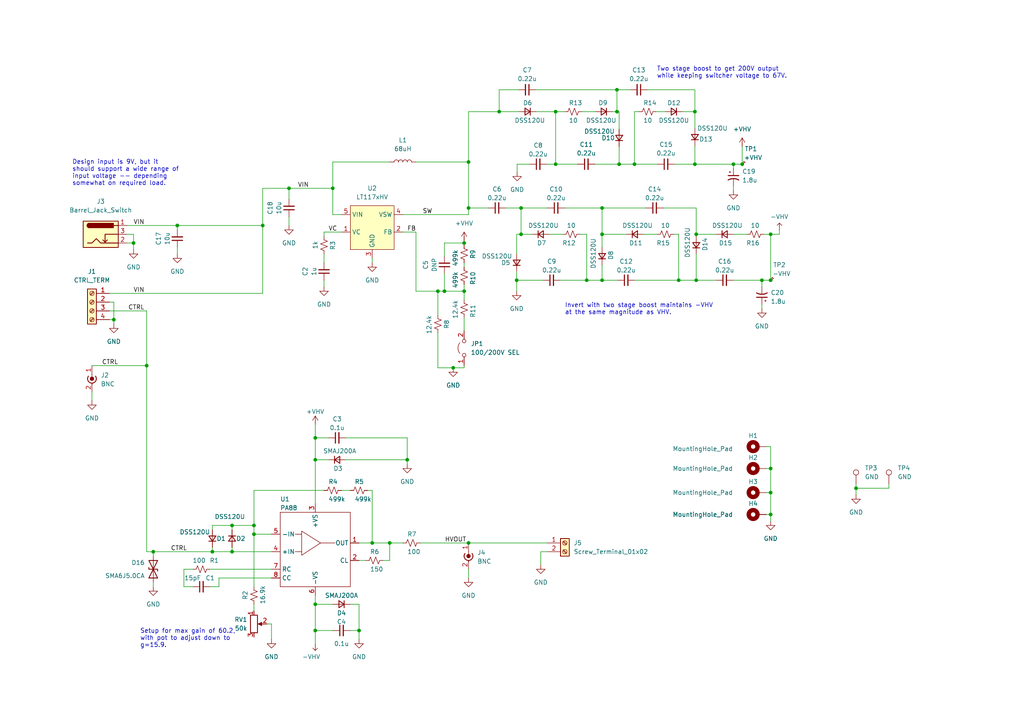
<source format=kicad_sch>
(kicad_sch (version 20211123) (generator eeschema)
  (paper "A4")
  (title_block (title "High Voltage Amplifier") (date "2022-05-06") (rev "2"))
  (lib_symbols
    (symbol "+VHV_2" (power) (pin_names (offset 0))
      (property "Value" "+VHV_2" (at 0 5.08 0))
      (symbol "+VHV_2_1_1"
        (pin power_in line (at 0 0 90) (length 0) hide (name "+VHV") (number "1"))
      )
    )
    (symbol "Connector:Barrel_Jack_Switch" (pin_names hide)
      (property "Reference" "J" (at 0 5.334 0))
      (property "Value" "Barrel_Jack_Switch" (at 0 -5.08 0))
      (symbol "Barrel_Jack_Switch_1_1"
        (pin passive line (at 7.62 2.54 180) (length 2.54) (name "~") (number "1"))
        (pin passive line (at 7.62 -2.54 180) (length 2.54) (name "~") (number "2"))
        (pin passive line (at 7.62 0 180) (length 2.54) (name "~") (number "3"))
      )
    )
    (symbol "Connector:Conn_Coaxial_Power" (pin_names (offset 1.016) hide)
      (property "Reference" "J" (at -5.08 -1.27 90))
      (property "Value" "Conn_Coaxial_Power" (at -3.175 -1.27 90))
      (symbol "Conn_Coaxial_Power_1_1"
        (pin passive line (at 0 2.54 270) (length 2.54) (name "In") (number "1"))
        (pin passive line (at 0 -5.08 90) (length 2.54) (name "Ext") (number "2"))
      )
    )
    (symbol "Connector:Screw_Terminal_01x02" (pin_names (offset 1.016) hide)
      (property "Reference" "J" (at 0 2.54 0))
      (property "Value" "Screw_Terminal_01x02" (at 0 -5.08 0))
      (symbol "Screw_Terminal_01x02_1_1"
        (pin passive line (at -5.08 0 0) (length 3.81) (name "Pin_1") (number "1"))
        (pin passive line (at -5.08 -2.54 0) (length 3.81) (name "Pin_2") (number "2"))
      )
    )
    (symbol "Connector:Screw_Terminal_01x04" (pin_names (offset 1.016) hide)
      (property "Reference" "J" (at 0 5.08 0))
      (property "Value" "Screw_Terminal_01x04" (at 0 -7.62 0))
      (symbol "Screw_Terminal_01x04_1_1"
        (pin passive line (at -5.08 2.54 0) (length 3.81) (name "Pin_1") (number "1"))
        (pin passive line (at -5.08 0 0) (length 3.81) (name "Pin_2") (number "2"))
        (pin passive line (at -5.08 -2.54 0) (length 3.81) (name "Pin_3") (number "3"))
        (pin passive line (at -5.08 -5.08 0) (length 3.81) (name "Pin_4") (number "4"))
      )
    )
    (symbol "Connector:TestPoint" (pin_numbers hide) (pin_names (offset 0.762) hide)
      (property "Reference" "TP" (at 0 6.858 0))
      (property "Value" "TestPoint" (at 0 5.08 0))
      (symbol "TestPoint_1_1"
        (pin passive line (at 0 0 90) (length 2.54) (name "1") (number "1"))
      )
    )
    (symbol "Device:C_Polarized_Small_US" (pin_numbers hide) (pin_names (offset 0.254) hide)
      (property "Reference" "C" (at 0.254 1.778 0))
      (property "Value" "C_Polarized_Small_US" (at 0.254 -2.032 0))
      (symbol "C_Polarized_Small_US_1_1"
        (pin passive line (at 0 2.54 270) (length 2.032) (name "~") (number "1"))
        (pin passive line (at 0 -2.54 90) (length 2.032) (name "~") (number "2"))
      )
    )
    (symbol "Device:C_Small" (pin_numbers hide) (pin_names (offset 0.254) hide)
      (property "Reference" "C" (at 0.254 1.778 0))
      (property "Value" "C_Small" (at 0.254 -2.032 0))
      (symbol "C_Small_1_1"
        (pin passive line (at 0 2.54 270) (length 2.032) (name "~") (number "1"))
        (pin passive line (at 0 -2.54 90) (length 2.032) (name "~") (number "2"))
      )
    )
    (symbol "Device:D_Small" (pin_numbers hide) (pin_names (offset 0.254) hide)
      (property "Reference" "D" (at -1.27 2.032 0))
      (property "Value" "D_Small" (at -3.81 -2.032 0))
      (symbol "D_Small_1_1"
        (pin passive line (at -2.54 0 0) (length 1.778) (name "K") (number "1"))
        (pin passive line (at 2.54 0 180) (length 1.778) (name "A") (number "2"))
      )
    )
    (symbol "Device:D_TVS" (pin_numbers hide) (pin_names (offset 1.016) hide)
      (property "Reference" "D" (at 0 2.54 0))
      (property "Value" "D_TVS" (at 0 -2.54 0))
      (symbol "D_TVS_1_1"
        (pin passive line (at -3.81 0 0) (length 2.54) (name "A1") (number "1"))
        (pin passive line (at 3.81 0 180) (length 2.54) (name "A2") (number "2"))
      )
    )
    (symbol "Device:L" (pin_numbers hide) (pin_names (offset 1.016) hide)
      (property "Reference" "L" (at -1.27 0 90))
      (property "Value" "L" (at 1.905 0 90))
      (symbol "L_1_1"
        (pin passive line (at 0 3.81 270) (length 1.27) (name "1") (number "1"))
        (pin passive line (at 0 -3.81 90) (length 1.27) (name "2") (number "2"))
      )
    )
    (symbol "Device:R_Potentiometer" (pin_names (offset 1.016) hide)
      (property "Reference" "RV" (at -4.445 0 90))
      (property "Value" "R_Potentiometer" (at -2.54 0 90))
      (symbol "R_Potentiometer_1_1"
        (pin passive line (at 0 3.81 270) (length 1.27) (name "1") (number "1"))
        (pin passive line (at 3.81 0 180) (length 1.27) (name "2") (number "2"))
        (pin passive line (at 0 -3.81 90) (length 1.27) (name "3") (number "3"))
      )
    )
    (symbol "Device:R_Small_US" (pin_numbers hide) (pin_names (offset 0.254) hide)
      (property "Reference" "R" (at 0.762 0.508 0))
      (property "Value" "R_Small_US" (at 0.762 -1.016 0))
      (symbol "R_Small_US_1_1"
        (pin passive line (at 0 2.54 270) (length 1.016) (name "~") (number "1"))
        (pin passive line (at 0 -2.54 90) (length 1.016) (name "~") (number "2"))
      )
    )
    (symbol "Jumper:Jumper_2_Open" (pin_names (offset 0) hide)
      (property "Reference" "JP" (at 0 2.794 0))
      (property "Value" "Jumper_2_Open" (at 0 -2.286 0))
      (symbol "Jumper_2_Open_1_1"
        (pin passive line (at -5.08 0 0) (length 2.54) (name "A") (number "1"))
        (pin passive line (at 5.08 0 180) (length 2.54) (name "B") (number "2"))
      )
    )
    (symbol "Mechanical:MountingHole_Pad" (pin_numbers hide) (pin_names (offset 1.016) hide)
      (property "Reference" "H" (at 0 6.35 0))
      (property "Value" "MountingHole_Pad" (at 0 4.445 0))
      (symbol "MountingHole_Pad_1_1"
        (pin input line (at 0 -2.54 90) (length 2.54) (name "1") (number "1"))
      )
    )
    (symbol "jmlib:+VHV" (power) (pin_names (offset 0))
      (property "Value" "+VHV" (at 0 5.08 0))
      (symbol "+VHV_1_1"
        (pin power_in line (at 0 0 90) (length 0) hide (name "+VHV") (number "1"))
      )
    )
    (symbol "jmlib:-VHV" (power) (pin_names (offset 0))
      (property "Value" "-VHV" (at 0 3.81 0))
      (symbol "-VHV_1_1"
        (pin power_in line (at 0 0 90) (length 0) hide (name "-VHV") (number "1"))
      )
    )
    (symbol "jmlib:LT117xHV"
      (property "Reference" "U" (at 3.81 7.62 0))
      (property "Value" "LT117xHV" (at 6.35 -7.62 0))
      (symbol "LT117xHV_1_1"
        (pin input line (at -8.89 -1.27 0) (length 2.54) (name "VC") (number "1"))
        (pin input line (at 8.89 -1.27 180) (length 2.54) (name "FB") (number "2"))
        (pin input line (at 0 -8.89 90) (length 2.54) (name "GND") (number "3"))
        (pin input line (at 8.89 3.81 180) (length 2.54) (name "VSW") (number "4"))
        (pin input line (at -8.89 3.81 0) (length 2.54) (name "VIN") (number "5"))
      )
    )
    (symbol "jmlib:PA88"
      (property "Reference" "U" (at 5.207 13.208 0))
      (property "Value" "PA88" (at 5.207 13.208 0))
      (symbol "PA88_1_1"
        (pin input line (at 12.7 2.54 180) (length 2.54) (name "OUT") (number "1"))
        (pin input line (at 12.7 -2.54 180) (length 2.54) (name "CL") (number "2"))
        (pin input line (at 0 13.97 270) (length 2.54) (name "+VS") (number "3"))
        (pin input line (at -12.7 0 0) (length 2.54) (name "+IN") (number "4"))
        (pin input line (at -12.7 5.08 0) (length 2.54) (name "-IN") (number "5"))
        (pin input line (at 0 -12.7 90) (length 2.54) (name "-VS") (number "6"))
        (pin input line (at -12.7 -5.08 0) (length 2.54) (name "RC") (number "7"))
        (pin input line (at -12.7 -7.62 0) (length 2.54) (name "CC") (number "8"))
      )
    )
    (symbol "jmlib:tp_small" (pin_numbers hide) (pin_names hide)
      (property "Reference" "TP" (at 2.1336 2.8956 0))
      (property "Value" "tp_small" (at 5.1816 1.2192 0))
      (symbol "tp_small_1_1"
        (pin passive line (at 0 0 180) (length 0) (name "") (number "1"))
      )
    )
    (symbol "power:GND" (power) (pin_names (offset 0))
      (property "Value" "GND" (at 0 -3.81 0))
      (symbol "GND_1_1"
        (pin power_in line (at 0 0 270) (length 0) hide (name "GND") (number "1"))
      )
    )
  )
  (junction (at 223.52 142.875))
  (junction (at 149.86 81.28))
  (junction (at 135.89 60.325))
  (junction (at 91.44 127))
  (junction (at 67.31 152.4))
  (junction (at 179.578 47.625))
  (junction (at 127 84.455))
  (junction (at 223.52 67.945))
  (junction (at 51.435 65.405))
  (junction (at 118.11 133.35))
  (junction (at 61.595 160.02))
  (junction (at 73.66 152.4))
  (junction (at 128.905 84.455))
  (junction (at 196.85 81.28))
  (junction (at 184.023 47.625))
  (junction (at 44.45 160.02))
  (junction (at 135.89 46.99))
  (junction (at 201.549 32.385))
  (junction (at 178.943 26.035))
  (junction (at 91.44 182.88))
  (junction (at 201.93 81.28))
  (junction (at 33.02 92.71))
  (junction (at 215.265 47.625))
  (junction (at 135.89 157.48))
  (junction (at 174.625 81.28))
  (junction (at 131.445 106.68))
  (junction (at 201.93 67.945))
  (junction (at 107.95 157.48))
  (junction (at 212.725 47.625))
  (junction (at 96.52 54.61))
  (junction (at 91.44 133.35))
  (junction (at 174.625 67.945))
  (junction (at 151.13 60.325))
  (junction (at 178.943 32.385))
  (junction (at 104.14 182.88))
  (junction (at 91.44 175.26))
  (junction (at 76.2 65.405))
  (junction (at 38.735 70.485))
  (junction (at 223.52 81.28))
  (junction (at 161.163 47.625))
  (junction (at 151.13 67.945))
  (junction (at 73.66 154.94))
  (junction (at 83.82 54.61))
  (junction (at 113.03 157.48))
  (junction (at 223.52 135.89))
  (junction (at 223.52 149.225))
  (junction (at 161.163 32.385))
  (junction (at 134.62 70.485))
  (junction (at 134.62 84.455))
  (junction (at 248.285 141.605))
  (junction (at 220.98 81.28))
  (junction (at 67.31 160.02))
  (junction (at 201.549 47.625))
  (junction (at 170.18 81.28))
  (junction (at 174.625 60.325))
  (junction (at 42.545 106.045))
  (junction (at 144.78 32.385))
  (wire (pts (xy 201.93 81.28) (xy 207.645 81.28)))
  (wire (pts (xy 223.52 151.13) (xy 223.52 149.225)))
  (wire (pts (xy 128.905 84.455) (xy 127 84.455)))
  (wire (pts (xy 201.549 47.625) (xy 212.725 47.625)))
  (wire (pts (xy 51.435 71.755) (xy 51.435 73.66)))
  (wire (pts (xy 107.95 157.48) (xy 113.03 157.48)))
  (wire (pts (xy 135.89 60.325) (xy 135.89 62.23)))
  (wire (pts (xy 93.98 68.58) (xy 93.98 67.31)))
  (wire (pts (xy 248.285 141.605) (xy 248.285 143.51)))
  (wire (pts (xy 134.62 70.485) (xy 134.62 71.12)))
  (wire (pts (xy 248.285 140.335) (xy 248.285 141.605)))
  (wire (pts (xy 116.84 62.23) (xy 135.89 62.23)))
  (wire (pts (xy 104.14 157.48) (xy 107.95 157.48)))
  (wire (pts (xy 134.62 84.455) (xy 128.905 84.455)))
  (wire (pts (xy 149.987 47.625) (xy 149.987 49.911)))
  (wire (pts (xy 134.62 92.075) (xy 134.62 95.885)))
  (wire (pts (xy 201.549 47.625) (xy 201.549 42.291)))
  (wire (pts (xy 179.578 42.545) (xy 179.578 47.625)))
  (wire (pts (xy 91.44 127) (xy 95.25 127)))
  (wire (pts (xy 120.65 46.99) (xy 135.89 46.99)))
  (wire (pts (xy 93.98 73.66) (xy 93.98 76.2)))
  (wire (pts (xy 51.435 65.405) (xy 51.435 66.675)))
  (wire (pts (xy 26.67 113.665) (xy 26.67 116.205)))
  (wire (pts (xy 223.52 135.89) (xy 223.52 129.54)))
  (wire (pts (xy 31.75 92.71) (xy 33.02 92.71)))
  (wire (pts (xy 151.13 67.945) (xy 151.13 60.325)))
  (wire (pts (xy 222.25 135.89) (xy 223.52 135.89)))
  (wire (pts (xy 83.82 54.61) (xy 83.82 57.785)))
  (wire (pts (xy 161.163 47.625) (xy 158.623 47.625)))
  (wire (pts (xy 76.2 85.09) (xy 76.2 65.405)))
  (wire (pts (xy 60.96 170.18) (xy 63.5 170.18)))
  (wire (pts (xy 223.52 142.875) (xy 223.52 135.89)))
  (wire (pts (xy 135.89 165.1) (xy 135.89 167.64)))
  (wire (pts (xy 44.45 168.91) (xy 44.45 170.18)))
  (wire (pts (xy 73.66 175.26) (xy 73.66 177.165)))
  (wire (pts (xy 223.52 67.945) (xy 221.615 67.945)))
  (wire (pts (xy 99.06 62.23) (xy 96.52 62.23)))
  (wire (pts (xy 196.85 67.945) (xy 196.85 81.28)))
  (wire (pts (xy 141.605 60.325) (xy 135.89 60.325)))
  (wire (pts (xy 144.78 32.385) (xy 150.495 32.385)))
  (wire (pts (xy 212.725 81.28) (xy 220.98 81.28)))
  (wire (pts (xy 91.44 175.26) (xy 91.44 182.88)))
  (wire (pts (xy 67.31 152.4) (xy 67.31 153.67)))
  (wire (pts (xy 127 96.52) (xy 127 106.68)))
  (wire (pts (xy 104.14 162.56) (xy 106.045 162.56)))
  (wire (pts (xy 201.549 26.035) (xy 201.549 32.385)))
  (wire (pts (xy 104.14 185.42) (xy 104.14 182.88)))
  (wire (pts (xy 201.93 68.58) (xy 201.93 67.945)))
  (wire (pts (xy 151.13 67.945) (xy 149.86 67.945)))
  (wire (pts (xy 78.74 180.975) (xy 78.74 185.42)))
  (wire (pts (xy 101.6 182.88) (xy 104.14 182.88)))
  (wire (pts (xy 201.549 32.385) (xy 201.549 37.211)))
  (wire (pts (xy 174.625 67.945) (xy 174.625 71.755)))
  (wire (pts (xy 127 84.455) (xy 127 91.44)))
  (wire (pts (xy 38.735 67.945) (xy 38.735 70.485)))
  (wire (pts (xy 91.44 175.26) (xy 96.52 175.26)))
  (wire (pts (xy 135.89 32.385) (xy 144.78 32.385)))
  (wire (pts (xy 96.52 62.23) (xy 96.52 54.61)))
  (wire (pts (xy 223.52 81.28) (xy 223.52 67.945)))
  (wire (pts (xy 196.85 81.28) (xy 184.15 81.28)))
  (wire (pts (xy 113.03 162.56) (xy 111.125 162.56)))
  (wire (pts (xy 174.625 67.945) (xy 181.61 67.945)))
  (wire (pts (xy 178.943 26.035) (xy 178.943 32.385)))
  (wire (pts (xy 100.33 127) (xy 118.11 127)))
  (wire (pts (xy 186.69 67.945) (xy 190.5 67.945)))
  (wire (pts (xy 128.905 79.375) (xy 128.905 84.455)))
  (wire (pts (xy 161.163 47.625) (xy 167.513 47.625)))
  (wire (pts (xy 91.44 182.88) (xy 91.44 186.69)))
  (wire (pts (xy 73.66 154.94) (xy 78.74 154.94)))
  (wire (pts (xy 170.18 67.945) (xy 170.18 81.28)))
  (wire (pts (xy 149.86 81.28) (xy 157.48 81.28)))
  (wire (pts (xy 116.84 67.31) (xy 120.65 67.31)))
  (wire (pts (xy 33.02 87.63) (xy 33.02 92.71)))
  (wire (pts (xy 192.405 60.325) (xy 201.93 60.325)))
  (wire (pts (xy 113.03 157.48) (xy 113.03 162.56)))
  (wire (pts (xy 120.65 84.455) (xy 127 84.455)))
  (wire (pts (xy 36.83 70.485) (xy 38.735 70.485)))
  (wire (pts (xy 31.75 90.17) (xy 42.545 90.17)))
  (wire (pts (xy 155.448 26.035) (xy 178.943 26.035)))
  (wire (pts (xy 67.31 160.02) (xy 78.74 160.02)))
  (wire (pts (xy 134.62 82.55) (xy 134.62 84.455)))
  (wire (pts (xy 42.545 90.17) (xy 42.545 106.045)))
  (wire (pts (xy 146.685 60.325) (xy 151.13 60.325)))
  (wire (pts (xy 44.45 160.02) (xy 61.595 160.02)))
  (wire (pts (xy 113.03 157.48) (xy 116.84 157.48)))
  (wire (pts (xy 131.445 106.68) (xy 134.62 106.68)))
  (wire (pts (xy 51.435 65.405) (xy 76.2 65.405)))
  (wire (pts (xy 135.89 32.385) (xy 135.89 46.99)))
  (wire (pts (xy 100.33 133.35) (xy 118.11 133.35)))
  (wire (pts (xy 106.68 142.24) (xy 107.95 142.24)))
  (wire (pts (xy 223.52 149.225) (xy 223.52 142.875)))
  (wire (pts (xy 159.385 67.945) (xy 163.195 67.945)))
  (wire (pts (xy 212.725 53.975) (xy 212.725 55.245)))
  (wire (pts (xy 187.833 26.035) (xy 201.549 26.035)))
  (wire (pts (xy 135.89 46.99) (xy 135.89 60.325)))
  (wire (pts (xy 31.75 87.63) (xy 33.02 87.63)))
  (wire (pts (xy 163.83 60.325) (xy 174.625 60.325)))
  (wire (pts (xy 174.625 60.325) (xy 174.625 67.945)))
  (wire (pts (xy 96.52 54.61) (xy 96.52 46.99)))
  (wire (pts (xy 220.98 83.185) (xy 220.98 81.28)))
  (wire (pts (xy 172.593 47.625) (xy 179.578 47.625)))
  (wire (pts (xy 42.545 160.02) (xy 44.45 160.02)))
  (wire (pts (xy 91.44 182.88) (xy 96.52 182.88)))
  (wire (pts (xy 76.2 54.61) (xy 83.82 54.61)))
  (wire (pts (xy 158.75 160.02) (xy 156.845 160.02)))
  (wire (pts (xy 93.98 81.28) (xy 93.98 83.185)))
  (wire (pts (xy 168.275 67.945) (xy 170.18 67.945)))
  (wire (pts (xy 222.25 142.875) (xy 223.52 142.875)))
  (wire (pts (xy 220.98 81.28) (xy 223.52 81.28)))
  (wire (pts (xy 155.575 32.385) (xy 161.163 32.385)))
  (wire (pts (xy 178.943 32.385) (xy 177.673 32.385)))
  (wire (pts (xy 201.93 81.28) (xy 196.85 81.28)))
  (wire (pts (xy 248.285 141.605) (xy 257.81 141.605)))
  (wire (pts (xy 55.88 165.1) (xy 53.34 165.1)))
  (wire (pts (xy 170.18 81.28) (xy 162.56 81.28)))
  (wire (pts (xy 201.93 67.945) (xy 207.645 67.945)))
  (wire (pts (xy 134.62 70.485) (xy 128.905 70.485)))
  (wire (pts (xy 31.75 85.09) (xy 76.2 85.09)))
  (wire (pts (xy 83.82 54.61) (xy 96.52 54.61)))
  (wire (pts (xy 212.725 47.625) (xy 212.725 48.895)))
  (wire (pts (xy 135.89 157.48) (xy 158.75 157.48)))
  (wire (pts (xy 168.783 32.385) (xy 172.593 32.385)))
  (wire (pts (xy 104.14 182.88) (xy 104.14 175.26)))
  (wire (pts (xy 91.44 133.35) (xy 91.44 146.05)))
  (wire (pts (xy 185.293 32.385) (xy 184.023 32.385)))
  (wire (pts (xy 120.65 67.31) (xy 120.65 84.455)))
  (wire (pts (xy 73.66 152.4) (xy 73.66 154.94)))
  (wire (pts (xy 174.625 81.28) (xy 179.07 81.28)))
  (wire (pts (xy 134.62 106.68) (xy 134.62 106.045)))
  (wire (pts (xy 63.5 167.64) (xy 78.74 167.64)))
  (wire (pts (xy 61.595 158.75) (xy 61.595 160.02)))
  (wire (pts (xy 73.66 152.4) (xy 67.31 152.4)))
  (wire (pts (xy 144.78 26.035) (xy 144.78 32.385)))
  (wire (pts (xy 190.373 32.385) (xy 192.913 32.385)))
  (wire (pts (xy 107.95 142.24) (xy 107.95 157.48)))
  (wire (pts (xy 26.67 106.045) (xy 42.545 106.045)))
  (wire (pts (xy 212.725 47.625) (xy 215.265 47.625)))
  (wire (pts (xy 93.98 67.31) (xy 99.06 67.31)))
  (wire (pts (xy 107.95 74.93) (xy 107.95 76.2)))
  (wire (pts (xy 154.305 67.945) (xy 151.13 67.945)))
  (wire (pts (xy 33.02 92.71) (xy 33.02 93.98)))
  (wire (pts (xy 118.11 133.35) (xy 118.11 134.62)))
  (wire (pts (xy 220.98 88.265) (xy 220.98 89.535)))
  (wire (pts (xy 184.023 47.625) (xy 190.627 47.625)))
  (wire (pts (xy 174.625 60.325) (xy 187.325 60.325)))
  (wire (pts (xy 134.62 69.85) (xy 134.62 70.485)))
  (wire (pts (xy 44.45 160.02) (xy 44.45 161.29)))
  (wire (pts (xy 61.595 152.4) (xy 67.31 152.4)))
  (wire (pts (xy 96.52 46.99) (xy 113.03 46.99)))
  (wire (pts (xy 91.44 172.72) (xy 91.44 175.26)))
  (wire (pts (xy 195.707 47.625) (xy 201.549 47.625)))
  (wire (pts (xy 83.82 62.865) (xy 83.82 65.405)))
  (wire (pts (xy 174.625 76.835) (xy 174.625 81.28)))
  (wire (pts (xy 38.735 70.485) (xy 38.735 72.39)))
  (wire (pts (xy 134.62 76.2) (xy 134.62 77.47)))
  (wire (pts (xy 223.52 129.54) (xy 222.25 129.54)))
  (wire (pts (xy 60.96 165.1) (xy 78.74 165.1)))
  (wire (pts (xy 76.2 65.405) (xy 76.2 54.61)))
  (wire (pts (xy 226.06 67.945) (xy 226.06 66.675)))
  (wire (pts (xy 201.93 73.66) (xy 201.93 81.28)))
  (wire (pts (xy 91.44 123.19) (xy 91.44 127)))
  (wire (pts (xy 212.725 67.945) (xy 216.535 67.945)))
  (wire (pts (xy 36.83 65.405) (xy 51.435 65.405)))
  (wire (pts (xy 151.13 60.325) (xy 158.75 60.325)))
  (wire (pts (xy 201.93 67.945) (xy 201.93 60.325)))
  (wire (pts (xy 118.11 127) (xy 118.11 133.35)))
  (wire (pts (xy 197.993 32.385) (xy 201.549 32.385)))
  (wire (pts (xy 257.81 141.605) (xy 257.81 140.335)))
  (wire (pts (xy 223.52 149.225) (xy 222.25 149.225)))
  (wire (pts (xy 144.78 26.035) (xy 150.368 26.035)))
  (wire (pts (xy 53.34 165.1) (xy 53.34 170.18)))
  (wire (pts (xy 91.44 133.35) (xy 95.25 133.35)))
  (wire (pts (xy 161.163 32.385) (xy 161.163 47.625)))
  (wire (pts (xy 53.34 170.18) (xy 55.88 170.18)))
  (wire (pts (xy 149.86 81.28) (xy 149.86 84.455)))
  (wire (pts (xy 149.987 47.625) (xy 153.543 47.625)))
  (wire (pts (xy 179.578 32.385) (xy 179.578 37.465)))
  (wire (pts (xy 195.58 67.945) (xy 196.85 67.945)))
  (wire (pts (xy 73.66 154.94) (xy 73.66 170.18)))
  (wire (pts (xy 178.943 26.035) (xy 182.753 26.035)))
  (wire (pts (xy 134.62 84.455) (xy 134.62 86.995)))
  (wire (pts (xy 215.265 42.545) (xy 215.265 47.625)))
  (wire (pts (xy 127 106.68) (xy 131.445 106.68)))
  (wire (pts (xy 67.31 158.75) (xy 67.31 160.02)))
  (wire (pts (xy 121.92 157.48) (xy 135.89 157.48)))
  (wire (pts (xy 73.66 142.24) (xy 73.66 152.4)))
  (wire (pts (xy 179.578 47.625) (xy 184.023 47.625)))
  (wire (pts (xy 42.545 106.045) (xy 42.545 160.02)))
  (wire (pts (xy 128.905 70.485) (xy 128.905 74.295)))
  (wire (pts (xy 101.6 142.24) (xy 99.06 142.24)))
  (wire (pts (xy 174.625 81.28) (xy 170.18 81.28)))
  (wire (pts (xy 178.943 32.385) (xy 179.578 32.385)))
  (wire (pts (xy 184.023 32.385) (xy 184.023 47.625)))
  (wire (pts (xy 61.595 153.67) (xy 61.595 152.4)))
  (wire (pts (xy 223.52 67.945) (xy 226.06 67.945)))
  (wire (pts (xy 149.86 78.74) (xy 149.86 81.28)))
  (wire (pts (xy 63.5 170.18) (xy 63.5 167.64)))
  (wire (pts (xy 156.845 160.02) (xy 156.845 163.83)))
  (wire (pts (xy 61.595 160.02) (xy 67.31 160.02)))
  (wire (pts (xy 149.86 67.945) (xy 149.86 73.66)))
  (wire (pts (xy 36.83 67.945) (xy 38.735 67.945)))
  (wire (pts (xy 161.163 32.385) (xy 163.703 32.385)))
  (wire (pts (xy 91.44 127) (xy 91.44 133.35)))
  (wire (pts (xy 101.6 175.26) (xy 104.14 175.26)))
  (wire (pts (xy 77.47 180.975) (xy 78.74 180.975)))
  (wire (pts (xy 73.66 142.24) (xy 93.98 142.24)))
  (text "Setup for max gain of 60.2,\nwith pot to adjust down to\ng=15.9." (at 40.64 187.96 0) (effects (font (size 1.27 1.27)) (justify left bottom)))
  (text "Design input is 9V, but it \nshould support a wide range of\ninput voltage -- depending \nsomewhat on required load." (at 20.955 53.975 0) (effects (font (size 1.27 1.27)) (justify left bottom)))
  (text "Invert with two stage boost maintains -VHV \nat the same magnitude as VHV." (at 163.83 91.44 0) (effects (font (size 1.27 1.27)) (justify left bottom)))
  (text "Two stage boost to get 200V output\nwhile keeping switcher voltage to 67V. \n" (at 190.5 22.86 0) (effects (font (size 1.27 1.27)) (justify left bottom)))
  (label "CTRL" (at 34.29 106.045 180))
  (label "VIN" (at 86.36 54.61 0))
  (label "CTRL" (at 49.53 160.02 0))
  (label "SW" (at 122.555 62.23 0))
  (label "VIN" (at 41.91 85.09 180))
  (label "CTRL" (at 41.91 90.17 180))
  (label "FB" (at 120.65 67.31 180))
  (label "VC" (at 95.25 67.31 0))
  (label "HVOUT" (at 135.255 157.48 180))
  (label "VIN" (at 41.91 65.405 180))
  (symbol (lib_id "Device:C_Small") (at 193.167 47.625 90) (unit 1)
    (property "Reference" "C15" (at 193.167 41.91 90))
    (property "Value" "0.22u" (at 193.167 44.45 90))
    (property "Footprint" "Capacitor_SMD:C_1206_3216Metric_Pad1.33x1.80mm_HandSolder" (effects hide))
    (property "Voltage" "100V" (effects hide))
    (property "Package" "1206" (effects hide))
    (property "Part Description" "CAP CER 0.22UF 100V X7R 1206" (effects hide))
  )
  (symbol (lib_id "power:GND") (at 93.98 83.185 0) (unit 1)
    (property "Reference" "#PWR0112" (effects hide))
    (property "Value" "GND" (at 93.98 88.265 0))
  )
  (symbol (lib_id "Device:D_Small") (at 61.595 156.21 90) (unit 1)
    (property "Reference" "D1" (at 64.135 156.21 90))
    (property "Value" "DSS120U" (at 56.515 154.305 90))
    (property "Footprint" "Diode_SMD:D_SOD-123F" (effects hide))
    (property "Mfg Part Number" "DSS120U" (effects hide))
    (property "Package" "SOD-123F" (effects hide))
    (property "Part Description" "SCHOTTKY 200V SOD-123FL" (effects hide))
  )
  (symbol (lib_id "Mechanical:MountingHole_Pad") (at 219.71 142.875 90) (unit 1)
    (property "Reference" "H3" (at 218.44 139.7 90))
    (property "Value" "MountingHole_Pad" (at 203.835 142.875 90))
    (property "Footprint" "MountingHole:MountingHole_3.2mm_M3_DIN965_Pad" (effects hide))
  )
  (symbol (lib_id "Connector:TestPoint") (at 257.81 140.335 0) (unit 1)
    (property "Reference" "TP4" (at 260.35 135.7629 0) (effects (justify left)))
    (property "Value" "GND" (at 260.35 138.3029 0) (effects (justify left)))
    (property "Footprint" "TestPoint:TestPoint_THTPad_2.5x2.5mm_Drill1.2mm" (effects hide))
  )
  (symbol (lib_id "Device:R_Small_US") (at 219.075 67.945 90) (unit 1)
    (property "Reference" "R16" (at 220.345 70.485 90) (effects (justify left)))
    (property "Value" "10" (at 220.345 65.405 90) (effects (justify left)))
    (property "Footprint" "Resistor_SMD:R_1206_3216Metric_Pad1.30x1.75mm_HandSolder" (effects hide))
    (property "Package" "1206" (effects hide))
    (property "Part Description" "RES 10 OHM 1% 1/4W 1206" (effects hide))
  )
  (symbol (lib_id "Device:D_Small") (at 174.625 74.295 90) (unit 1)
    (property "Reference" "D8" (at 177.165 74.041 0))
    (property "Value" "DSS120U" (at 172.085 73.533 0))
    (property "Footprint" "Diode_SMD:D_SOD-123F" (effects hide))
    (property "Mfg Part Number" "DSS120U" (effects hide))
    (property "Package" "SOD-123F" (effects hide))
    (property "Part Description" "SCHOTTKY 200V SOD-123FL" (effects hide))
  )
  (symbol (lib_id "Device:D_Small") (at 153.035 32.385 180) (unit 1)
    (property "Reference" "D6" (at 153.035 29.845 0))
    (property "Value" "DSS120U" (at 153.67 34.925 0))
    (property "Footprint" "Diode_SMD:D_SOD-123F" (effects hide))
    (property "Mfg Part Number" "DSS120U" (effects hide))
    (property "Package" "SOD-123F" (effects hide))
    (property "Part Description" "SCHOTTKY 200V SOD-123FL" (effects hide))
  )
  (symbol (lib_id "Device:C_Small") (at 181.61 81.28 90) (unit 1)
    (property "Reference" "C12" (at 181.61 75.819 90))
    (property "Value" "0.22u" (at 181.61 78.359 90))
    (property "Footprint" "Capacitor_SMD:C_1206_3216Metric_Pad1.33x1.80mm_HandSolder" (effects hide))
    (property "Voltage" "100V" (effects hide))
    (property "Package" "1206" (effects hide))
    (property "Part Description" "CAP CER 0.22UF 100V X7R 1206" (effects hide))
  )
  (symbol (lib_id "jmlib:+VHV") (at 134.62 69.85 0) (unit 1)
    (property "Reference" "#PWR0113" (effects hide))
    (property "Value" "+VHV" (at 134.62 64.77 0))
  )
  (symbol (lib_id "power:GND") (at 223.52 151.13 0) (unit 1)
    (property "Reference" "#PWR03" (effects hide))
    (property "Value" "GND" (at 223.52 156.21 0))
  )
  (symbol (lib_id "Device:R_Small_US") (at 96.52 142.24 270) (unit 1)
    (property "Reference" "R4" (at 95.25 139.7 90) (effects (justify left)))
    (property "Value" "499k" (at 95.25 144.78 90) (effects (justify left)))
    (property "Footprint" "Resistor_SMD:R_1206_3216Metric_Pad1.30x1.75mm_HandSolder" (effects hide))
    (property "Package" "1206" (effects hide))
    (property "Part Description" "RES 499K OHM 1% 1/4W 1206" (effects hide))
  )
  (symbol (lib_id "Connector:Screw_Terminal_01x02") (at 163.83 157.48 0) (unit 1)
    (property "Reference" "J5" (at 166.37 157.4799 0) (effects (justify left)))
    (property "Value" "Screw_Terminal_01x02" (at 166.37 160.0199 0) (effects (justify left)))
    (property "Footprint" "jmlib:TerminalBlock_MetzConnect_Type101_RT01602HBWC_1x02_P5.08mm_Horizontal" (effects hide))
    (property "Mfg Part Number" "31101102" (effects hide))
    (property "Part Description" "TERM BLK 2P SIDE ENT 5.08MM PCB" (effects hide))
  )
  (symbol (lib_id "Jumper:Jumper_2_Open") (at 134.62 100.965 90) (unit 1)
    (property "Reference" "JP1" (at 136.525 99.6949 90) (effects (justify right)))
    (property "Value" "100/200V SEL" (at 136.525 102.2349 90) (effects (justify right)))
    (property "Footprint" "Connector_PinHeader_2.54mm:PinHeader_1x02_P2.54mm_Vertical" (effects hide))
  )
  (symbol (lib_id "Device:C_Small") (at 128.905 76.835 180) (unit 1)
    (property "Reference" "C5" (at 123.444 76.835 90))
    (property "Value" "DNP" (at 125.984 76.835 90))
    (property "Footprint" "Capacitor_SMD:C_1206_3216Metric_Pad1.33x1.80mm_HandSolder" (effects hide))
    (property "Package" "1206" (effects hide))
    (property "Voltage" "6V" (effects hide))
  )
  (symbol (lib_id "power:GND") (at 149.987 49.911 0) (unit 1)
    (property "Reference" "#PWR0114" (effects hide))
    (property "Value" "GND" (at 149.987 54.991 0))
  )
  (symbol (lib_id "jmlib:tp_small") (at 215.265 47.625 0) (unit 1)
    (property "Reference" "TP1" (at 217.805 43.18 0))
    (property "Value" "+VHV" (at 218.44 45.72 0))
    (property "Footprint" "TestPoint:TestPoint_THTPad_2.5x2.5mm_Drill1.2mm" (effects hide))
  )
  (symbol (lib_id "Connector:Barrel_Jack_Switch") (at 29.21 67.945 0) (unit 1)
    (property "Reference" "J3" (at 29.21 58.42 0))
    (property "Value" "Barrel_Jack_Switch" (at 29.21 60.96 0))
    (property "Footprint" "jmlib:PJ-202AH" (effects hide))
    (property "Mfg Part Number" "PJ-202AH" (effects hide))
    (property "Part Description" "CONN PWR JACK 2X5.5MM KINKED PIN" (effects hide))
  )
  (symbol (lib_id "power:GND") (at 118.11 134.62 0) (unit 1)
    (property "Reference" "#PWR0105" (effects hide))
    (property "Value" "GND" (at 118.11 139.7 0))
  )
  (symbol (lib_id "jmlib:+VHV") (at 215.265 42.545 0) (unit 1)
    (property "Reference" "#PWR0115" (effects hide))
    (property "Value" "+VHV" (at 215.265 37.465 0))
  )
  (symbol (lib_id "Device:D_Small") (at 179.578 40.005 90) (unit 1)
    (property "Reference" "D10" (at 176.403 40.005 90))
    (property "Value" "DSS120U" (at 173.863 38.1 90))
    (property "Footprint" "Diode_SMD:D_SOD-123F" (effects hide))
    (property "Mfg Part Number" "DSS120U" (effects hide))
    (property "Package" "SOD-123F" (effects hide))
    (property "Part Description" "SCHOTTKY 200V SOD-123FL" (effects hide))
  )
  (symbol (lib_id "power:GND") (at 107.95 76.2 0) (unit 1)
    (property "Reference" "#PWR0111" (effects hide))
    (property "Value" "GND" (at 107.95 81.28 0))
  )
  (symbol (lib_id "Device:C_Small") (at 97.79 127 90) (unit 1)
    (property "Reference" "C3" (at 97.79 121.539 90))
    (property "Value" "0.1u" (at 97.79 124.079 90))
    (property "Footprint" "Capacitor_SMD:C_1206_3216Metric_Pad1.33x1.80mm_HandSolder" (effects hide))
    (property "Voltage" "450V" (effects hide))
    (property "Package" "1206" (effects hide))
    (property "Part Description" "CAP CER 0.1UF 450V X7T 1206" (effects hide))
  )
  (symbol (lib_id "Device:D_Small") (at 67.31 156.21 270) (unit 1)
    (property "Reference" "D2" (at 69.85 156.21 90))
    (property "Value" "DSS120U" (at 66.675 149.86 90))
    (property "Footprint" "Diode_SMD:D_SOD-123F" (effects hide))
    (property "Mfg Part Number" "DSS120U" (effects hide))
    (property "Package" "SOD-123F" (effects hide))
    (property "Part Description" "SCHOTTKY 200V SOD-123FL" (effects hide))
  )
  (symbol (lib_id "power:GND") (at 156.845 163.83 0) (unit 1)
    (property "Reference" "#PWR0118" (effects hide))
    (property "Value" "GND" (at 156.845 168.91 0))
  )
  (symbol (lib_id "Device:D_Small") (at 210.185 67.945 0) (unit 1)
    (property "Reference" "D15" (at 210.439 70.485 0))
    (property "Value" "DSS120U" (at 210.947 65.405 0))
    (property "Footprint" "Diode_SMD:D_SOD-123F" (effects hide))
    (property "Mfg Part Number" "DSS120U" (effects hide))
    (property "Package" "SOD-123F" (effects hide))
    (property "Part Description" "SCHOTTKY 200V SOD-123FL" (effects hide))
  )
  (symbol (lib_id "Device:D_Small") (at 149.86 76.2 90) (unit 1)
    (property "Reference" "D5" (at 146.685 76.2 90))
    (property "Value" "DSS120U" (at 144.145 74.295 90))
    (property "Footprint" "Diode_SMD:D_SOD-123F" (effects hide))
    (property "Mfg Part Number" "DSS120U" (effects hide))
    (property "Package" "SOD-123F" (effects hide))
    (property "Part Description" "SCHOTTKY 200V SOD-123FL" (effects hide))
  )
  (symbol (lib_id "Device:L") (at 116.84 46.99 90) (unit 1)
    (property "Reference" "L1" (at 116.84 40.64 90))
    (property "Value" "68uH" (at 116.84 43.18 90))
    (property "Footprint" "jmlib:Inductor_SPM6545_7x6.5" (effects hide))
    (property "Mfg Part Number" "SPM6545VT-680M-D" (effects hide))
    (property "Part Description" "FIXED IND 68UH 1.7A 340 MOHM SMD" (effects hide))
  )
  (symbol (lib_id "Device:D_Small") (at 184.15 67.945 0) (unit 1)
    (property "Reference" "D11" (at 184.404 70.485 0))
    (property "Value" "DSS120U" (at 184.912 65.405 0))
    (property "Footprint" "Diode_SMD:D_SOD-123F" (effects hide))
    (property "Mfg Part Number" "DSS120U" (effects hide))
    (property "Package" "SOD-123F" (effects hide))
    (property "Part Description" "SCHOTTKY 200V SOD-123FL" (effects hide))
  )
  (symbol (lib_id "Device:D_Small") (at 156.845 67.945 0) (unit 1)
    (property "Reference" "D7" (at 157.099 70.485 0))
    (property "Value" "DSS120U" (at 157.607 65.405 0))
    (property "Footprint" "Diode_SMD:D_SOD-123F" (effects hide))
    (property "Mfg Part Number" "DSS120U" (effects hide))
    (property "Package" "SOD-123F" (effects hide))
    (property "Part Description" "SCHOTTKY 200V SOD-123FL" (effects hide))
  )
  (symbol (lib_id "Device:C_Small") (at 93.98 78.74 180) (unit 1)
    (property "Reference" "C2" (at 88.519 78.74 90))
    (property "Value" "1u" (at 91.059 78.74 90))
    (property "Footprint" "Capacitor_SMD:C_1206_3216Metric_Pad1.33x1.80mm_HandSolder" (effects hide))
    (property "Voltage" "16V" (effects hide))
    (property "Package" "1206" (effects hide))
    (property "Part Description" "CAP CER 1UF 16V X7R 1206" (effects hide))
  )
  (symbol (lib_name "+VHV_2") (lib_id "jmlib:+VHV") (at 91.44 123.19 0) (unit 1)
    (property "Reference" "#PWR0104" (effects hide))
    (property "Value" "+VHV" (at 91.44 119.38 0))
  )
  (symbol (lib_id "Device:D_Small") (at 201.549 39.751 90) (unit 1)
    (property "Reference" "D13" (at 204.724 40.386 90))
    (property "Value" "DSS120U" (at 206.629 37.211 90))
    (property "Footprint" "Diode_SMD:D_SOD-123F" (effects hide))
    (property "Mfg Part Number" "DSS120U" (effects hide))
    (property "Package" "SOD-123F" (effects hide))
    (property "Part Description" "SCHOTTKY 200V SOD-123FL" (effects hide))
  )
  (symbol (lib_id "power:GND") (at 248.285 143.51 0) (unit 1)
    (property "Reference" "#PWR04" (effects hide))
    (property "Value" "GND" (at 248.285 148.59 0))
  )
  (symbol (lib_id "Device:C_Small") (at 161.29 60.325 90) (unit 1)
    (property "Reference" "C10" (at 161.29 54.864 90))
    (property "Value" "0.22u" (at 161.29 57.404 90))
    (property "Footprint" "Capacitor_SMD:C_1206_3216Metric_Pad1.33x1.80mm_HandSolder" (effects hide))
    (property "Voltage" "100V" (effects hide))
    (property "Package" "1206" (effects hide))
    (property "Part Description" "CAP CER 0.22UF 100V X7R 1206" (effects hide))
  )
  (symbol (lib_id "Device:D_Small") (at 175.133 32.385 180) (unit 1)
    (property "Reference" "D9" (at 174.879 29.845 0))
    (property "Value" "DSS120U" (at 174.371 34.925 0))
    (property "Footprint" "Diode_SMD:D_SOD-123F" (effects hide))
    (property "Mfg Part Number" "DSS120U" (effects hide))
    (property "Package" "SOD-123F" (effects hide))
    (property "Part Description" "SCHOTTKY 200V SOD-123FL" (effects hide))
  )
  (symbol (lib_id "Device:R_Small_US") (at 187.833 32.385 270) (unit 1)
    (property "Reference" "R14" (at 186.563 29.845 90) (effects (justify left)))
    (property "Value" "10" (at 186.5631 34.925 90) (effects (justify left)))
    (property "Footprint" "Resistor_SMD:R_1206_3216Metric_Pad1.30x1.75mm_HandSolder" (effects hide))
    (property "Package" "1206" (effects hide))
    (property "Part Description" "RES 10 OHM 1% 1/4W 1206" (effects hide))
  )
  (symbol (lib_id "jmlib:LT117xHV") (at 107.95 66.04 0) (unit 1)
    (property "Reference" "U2" (at 107.95 54.61 0))
    (property "Value" "LT117xHV" (at 107.95 57.15 0))
    (property "Footprint" "Package_TO_SOT_SMD:TO-263-5_TabPin3" (effects hide))
    (property "Mfg Part Number" "LT1171HVCQ" (effects hide))
    (property "Part Description" "IC REG MULTI CONFG ADJ 5DDPAK" (effects hide))
  )
  (symbol (lib_id "jmlib:tp_small") (at 223.52 81.28 0) (unit 1)
    (property "Reference" "TP2" (at 226.06 76.835 0))
    (property "Value" "-VHV" (at 226.695 79.375 0))
    (property "Footprint" "TestPoint:TestPoint_THTPad_2.5x2.5mm_Drill1.2mm" (effects hide))
  )
  (symbol (lib_id "power:GND") (at 135.89 167.64 0) (unit 1)
    (property "Reference" "#PWR0106" (effects hide))
    (property "Value" "GND" (at 135.89 172.72 0))
  )
  (symbol (lib_id "Device:R_Small_US") (at 166.243 32.385 270) (unit 1)
    (property "Reference" "R13" (at 164.973 29.845 90) (effects (justify left)))
    (property "Value" "10" (at 164.973 34.925 90) (effects (justify left)))
    (property "Footprint" "Resistor_SMD:R_1206_3216Metric_Pad1.30x1.75mm_HandSolder" (effects hide))
    (property "Package" "1206" (effects hide))
    (property "Part Description" "RES 10 OHM 1% 1/4W 1206" (effects hide))
  )
  (symbol (lib_id "power:GND") (at 38.735 72.39 0) (unit 1)
    (property "Reference" "#PWR0110" (effects hide))
    (property "Value" "GND" (at 38.735 77.47 0))
  )
  (symbol (lib_id "Device:R_Small_US") (at 93.98 71.12 180) (unit 1)
    (property "Reference" "R3" (at 96.52 69.85 90) (effects (justify left)))
    (property "Value" "1k" (at 91.44 69.85 90) (effects (justify left)))
    (property "Footprint" "Resistor_SMD:R_1206_3216Metric_Pad1.30x1.75mm_HandSolder" (effects hide))
    (property "Package" "1206" (effects hide))
    (property "Part Description" "RES 1K OHM 1% 1/2W 1206" (effects hide))
  )
  (symbol (lib_id "Device:R_Small_US") (at 193.04 67.945 90) (unit 1)
    (property "Reference" "R15" (at 194.31 70.485 90) (effects (justify left)))
    (property "Value" "10" (at 194.31 65.405 90) (effects (justify left)))
    (property "Footprint" "Resistor_SMD:R_1206_3216Metric_Pad1.30x1.75mm_HandSolder" (effects hide))
    (property "Package" "1206" (effects hide))
    (property "Part Description" "RES 10 OHM 1% 1/4W 1206" (effects hide))
  )
  (symbol (lib_id "Device:R_Small_US") (at 134.62 73.66 180) (unit 1)
    (property "Reference" "R9" (at 137.16 72.39 90) (effects (justify left)))
    (property "Value" "499k" (at 132.08 72.39 90) (effects (justify left)))
    (property "Footprint" "Resistor_SMD:R_1206_3216Metric_Pad1.30x1.75mm_HandSolder" (effects hide))
    (property "Package" "1206" (effects hide))
    (property "Part Description" "RES 499K OHM 1% 1/4W 1206" (effects hide))
  )
  (symbol (lib_id "Device:R_Small_US") (at 119.38 157.48 270) (unit 1)
    (property "Reference" "R7" (at 118.11 154.94 90) (effects (justify left)))
    (property "Value" "100" (at 118.11 160.02 90) (effects (justify left)))
    (property "Footprint" "Resistor_SMD:R_1206_3216Metric_Pad1.30x1.75mm_HandSolder" (effects hide))
    (property "Package" "1206" (effects hide))
    (property "Part Description" "RES SMD 100 OHM 1% 1/4W 1206" (effects hide))
  )
  (symbol (lib_id "Mechanical:MountingHole_Pad") (at 219.71 129.54 90) (unit 1)
    (property "Reference" "H1" (at 218.44 126.365 90))
    (property "Value" "MountingHole_Pad" (at 203.835 130.175 90))
    (property "Footprint" "MountingHole:MountingHole_3.2mm_M3_DIN965_Pad" (effects hide))
  )
  (symbol (lib_id "Device:R_Small_US") (at 108.585 162.56 270) (unit 1)
    (property "Reference" "R6" (at 107.315 160.02 90) (effects (justify left)))
    (property "Value" "150" (at 107.315 165.1 90) (effects (justify left)))
    (property "Footprint" "Resistor_SMD:R_1206_3216Metric_Pad1.30x1.75mm_HandSolder" (effects hide))
    (property "Package" "1206" (effects hide))
    (property "Part Description" "RES 150 OHM 1% 1/2W 1206" (effects hide))
  )
  (symbol (lib_id "Device:C_Small") (at 144.145 60.325 90) (unit 1)
    (property "Reference" "C6" (at 144.145 54.864 90))
    (property "Value" "0.22u" (at 144.145 57.404 90))
    (property "Footprint" "Capacitor_SMD:C_1206_3216Metric_Pad1.33x1.80mm_HandSolder" (effects hide))
    (property "Voltage" "100V" (effects hide))
    (property "Package" "1206" (effects hide))
    (property "Part Description" "CAP CER 0.22UF 100V X7R 1206" (effects hide))
  )
  (symbol (lib_id "Device:R_Small_US") (at 58.42 165.1 90) (unit 1)
    (property "Reference" "R1" (at 63.5 162.56 90) (effects (justify left)))
    (property "Value" "100" (at 59.69 162.56 90) (effects (justify left)))
    (property "Footprint" "Resistor_SMD:R_1206_3216Metric_Pad1.30x1.75mm_HandSolder" (effects hide))
    (property "Package" "1206" (effects hide))
    (property "Part Description" "RES SMD 100 OHM 1% 1/4W 1206" (effects hide))
  )
  (symbol (lib_id "power:GND") (at 131.445 106.68 0) (unit 1)
    (property "Reference" "#PWR0107" (effects hide))
    (property "Value" "GND" (at 131.445 111.76 0))
  )
  (symbol (lib_id "power:GND") (at 26.67 116.205 0) (unit 1)
    (property "Reference" "#PWR0109" (effects hide))
    (property "Value" "GND" (at 26.67 121.285 0))
  )
  (symbol (lib_id "power:GND") (at 220.98 89.535 0) (unit 1)
    (property "Reference" "#PWR06" (effects hide))
    (property "Value" "GND" (at 220.98 94.615 0))
  )
  (symbol (lib_id "power:GND") (at 212.725 55.245 0) (unit 1)
    (property "Reference" "#PWR05" (effects hide))
    (property "Value" "GND" (at 212.725 60.325 0))
  )
  (symbol (lib_id "Device:C_Small") (at 156.083 47.625 90) (unit 1)
    (property "Reference" "C8" (at 156.083 42.164 90))
    (property "Value" "0.22u" (at 156.083 44.704 90))
    (property "Footprint" "Capacitor_SMD:C_1206_3216Metric_Pad1.33x1.80mm_HandSolder" (effects hide))
    (property "Voltage" "100V" (effects hide))
    (property "Package" "1206" (effects hide))
    (property "Part Description" "CAP CER 0.22UF 100V X7R 1206" (effects hide))
  )
  (symbol (lib_id "Device:R_Small_US") (at 73.66 172.72 0) (unit 1)
    (property "Reference" "R2" (at 71.12 173.99 90) (effects (justify left)))
    (property "Value" "16.9k" (at 76.2 175.26 90) (effects (justify left)))
    (property "Footprint" "Resistor_SMD:R_1206_3216Metric_Pad1.30x1.75mm_HandSolder" (effects hide))
    (property "Package" "1206" (effects hide))
    (property "Part Description" "RES SMD 16.9K OHM 1% 1/4W 1206" (effects hide))
  )
  (symbol (lib_id "Device:D_Small") (at 195.453 32.385 180) (unit 1)
    (property "Reference" "D12" (at 195.453 29.845 0))
    (property "Value" "DSS120U" (at 195.453 34.925 0))
    (property "Footprint" "Diode_SMD:D_SOD-123F" (effects hide))
    (property "Mfg Part Number" "DSS120U" (effects hide))
    (property "Package" "SOD-123F" (effects hide))
    (property "Part Description" "SCHOTTKY 200V SOD-123FL" (effects hide))
  )
  (symbol (lib_id "Device:C_Small") (at 210.185 81.28 90) (unit 1)
    (property "Reference" "C16" (at 210.185 75.819 90))
    (property "Value" "0.22u" (at 210.185 78.359 90))
    (property "Footprint" "Capacitor_SMD:C_1206_3216Metric_Pad1.33x1.80mm_HandSolder" (effects hide))
    (property "Voltage" "100V" (effects hide))
    (property "Package" "1206" (effects hide))
    (property "Part Description" "CAP CER 0.22UF 100V X7R 1206" (effects hide))
  )
  (symbol (lib_id "Device:C_Small") (at 51.435 69.215 180) (unit 1)
    (property "Reference" "C17" (at 45.974 69.215 90))
    (property "Value" "10u" (at 48.514 69.215 90))
    (property "Footprint" "Capacitor_SMD:C_1206_3216Metric_Pad1.33x1.80mm_HandSolder" (effects hide))
    (property "Voltage" "25V" (effects hide))
    (property "Package" "1206" (effects hide))
    (property "Part Description" "CAP CER 10UF 25V X5R 1206" (effects hide))
  )
  (symbol (lib_id "Connector:Screw_Terminal_01x04") (at 26.67 87.63 0) (mirror y) (unit 1)
    (property "Reference" "J1" (at 26.67 78.74 0))
    (property "Value" "CTRL_TERM" (at 26.67 81.28 0))
    (property "Footprint" "jmlib:TerminalBlock_MetzConnect_Type101_RT01604HBWC_1x04_P5.08mm_Horizontal" (effects hide))
    (property "Mfg Part Number" "31101104" (effects hide))
    (property "Part Description" "TERM BLK 4P SIDE ENT 5.08MM PCB" (effects hide))
  )
  (symbol (lib_id "jmlib:-VHV") (at 226.06 66.675 0) (unit 1)
    (property "Reference" "#PWR0117" (effects hide))
    (property "Value" "-VHV" (at 226.06 62.865 0))
  )
  (symbol (lib_id "jmlib:PA88") (at 91.44 160.02 0) (unit 1)
    (property "Reference" "U1" (at 81.28 144.78 0) (effects (justify left)))
    (property "Value" "PA88" (at 81.28 147.32 0) (effects (justify left)))
    (property "Footprint" "jmlib:TO-3-8" (effects hide))
    (property "Package" "TO-3-8" (effects hide))
    (property "Mfg Part Number" "PA88" (effects hide))
  )
  (symbol (lib_id "Device:C_Small") (at 170.053 47.625 90) (unit 1)
    (property "Reference" "C11" (at 170.053 41.91 90))
    (property "Value" "0.22u" (at 170.053 44.45 90))
    (property "Footprint" "Capacitor_SMD:C_1206_3216Metric_Pad1.33x1.80mm_HandSolder" (effects hide))
    (property "Voltage" "100V" (effects hide))
    (property "Package" "1206" (effects hide))
    (property "Part Description" "CAP CER 0.22UF 100V X7R 1206" (effects hide))
  )
  (symbol (lib_id "Device:C_Polarized_Small_US") (at 220.98 85.725 180) (unit 1)
    (property "Reference" "C20" (at 223.52 84.8867 0) (effects (justify right)))
    (property "Value" "1.8u" (at 223.52 87.4267 0) (effects (justify right)))
    (property "Footprint" "Capacitor_SMD:C_Elec_8x10.2" (effects hide))
    (property "Voltage" "400V" (effects hide))
    (property "Mfg Part Number" "UUB2G1R8MNL1GS" (effects hide))
  )
  (symbol (lib_id "Mechanical:MountingHole_Pad") (at 219.71 149.225 90) (unit 1)
    (property "Reference" "H4" (at 218.44 146.05 90))
    (property "Value" "MountingHole_Pad" (at 203.835 149.225 90))
    (property "Footprint" "MountingHole:MountingHole_3.2mm_M3_DIN965_Pad" (effects hide))
  )
  (symbol (lib_id "power:GND") (at 83.82 65.405 0) (unit 1)
    (property "Reference" "#PWR02" (effects hide))
    (property "Value" "GND" (at 83.82 70.485 0))
  )
  (symbol (lib_id "Device:C_Small") (at 99.06 182.88 90) (unit 1)
    (property "Reference" "C4" (at 99.06 180.34 90))
    (property "Value" "0.1u" (at 99.06 186.69 90))
    (property "Footprint" "Capacitor_SMD:C_1206_3216Metric_Pad1.33x1.80mm_HandSolder" (effects hide))
    (property "Voltage" "450V" (effects hide))
    (property "Package" "1206" (effects hide))
    (property "Part Description" "CAP CER 0.1UF 450V X7T 1206" (effects hide))
  )
  (symbol (lib_id "power:GND") (at 33.02 93.98 0) (unit 1)
    (property "Reference" "#PWR0108" (effects hide))
    (property "Value" "GND" (at 33.02 99.06 0))
  )
  (symbol (lib_id "Device:R_Small_US") (at 134.62 89.535 180) (unit 1)
    (property "Reference" "R11" (at 137.16 88.265 90) (effects (justify left)))
    (property "Value" "12.4k" (at 132.08 86.995 90) (effects (justify left)))
    (property "Footprint" "Resistor_SMD:R_1206_3216Metric_Pad1.30x1.75mm_HandSolder" (effects hide))
    (property "Package" "1206" (effects hide))
    (property "Part Description" "RES 12.4K OHM 1% 1/4W 1206" (effects hide))
  )
  (symbol (lib_id "Device:C_Small") (at 160.02 81.28 90) (unit 1)
    (property "Reference" "C9" (at 160.02 75.819 90))
    (property "Value" "0.22u" (at 160.02 78.359 90))
    (property "Footprint" "Capacitor_SMD:C_1206_3216Metric_Pad1.33x1.80mm_HandSolder" (effects hide))
    (property "Voltage" "100V" (effects hide))
    (property "Package" "1206" (effects hide))
    (property "Part Description" "CAP CER 0.22UF 100V X7R 1206" (effects hide))
  )
  (symbol (lib_id "power:GND") (at 51.435 73.66 0) (unit 1)
    (property "Reference" "#PWR01" (effects hide))
    (property "Value" "GND" (at 51.435 78.74 0))
  )
  (symbol (lib_id "power:GND") (at 78.74 185.42 0) (unit 1)
    (property "Reference" "#PWR0102" (effects hide))
    (property "Value" "GND" (at 78.74 190.5 0))
  )
  (symbol (lib_id "Device:C_Small") (at 152.908 26.035 270) (unit 1)
    (property "Reference" "C7" (at 152.908 20.32 90))
    (property "Value" "0.22u" (at 152.908 22.86 90))
    (property "Footprint" "Capacitor_SMD:C_1206_3216Metric_Pad1.33x1.80mm_HandSolder" (effects hide))
    (property "Voltage" "100V" (effects hide))
    (property "Package" "1206" (effects hide))
    (property "Part Description" "CAP CER 0.22UF 100V X7R 1206" (effects hide))
  )
  (symbol (lib_id "power:GND") (at 44.45 170.18 0) (unit 1)
    (property "Reference" "#PWR0119" (effects hide))
    (property "Value" "GND" (at 44.45 175.26 0))
  )
  (symbol (lib_id "Device:R_Small_US") (at 134.62 80.01 180) (unit 1)
    (property "Reference" "R10" (at 137.16 78.74 90) (effects (justify left)))
    (property "Value" "499k" (at 132.08 78.74 90) (effects (justify left)))
    (property "Footprint" "Resistor_SMD:R_1206_3216Metric_Pad1.30x1.75mm_HandSolder" (effects hide))
    (property "Package" "1206" (effects hide))
    (property "Part Description" "RES 499K OHM 1% 1/4W 1206" (effects hide))
  )
  (symbol (lib_id "Device:R_Potentiometer") (at 73.66 180.975 0) (unit 1)
    (property "Reference" "RV1" (at 71.755 179.7049 0) (effects (justify right)))
    (property "Value" "50k" (at 71.755 182.2449 0) (effects (justify right)))
    (property "Footprint" "Potentiometer_THT:Potentiometer_Bourns_3005_Horizontal" (effects hide))
    (property "Mfg Part Number" "CT20EP503" (effects hide))
    (property "Part Description" "TRIMMER 50K OHM 0.5W PC PIN SIDE" (effects hide))
  )
  (symbol (lib_id "Device:D_Small") (at 97.79 133.35 0) (unit 1)
    (property "Reference" "D3" (at 98.044 135.89 0))
    (property "Value" "SMAJ200A" (at 98.552 130.81 0))
    (property "Footprint" "Diode_SMD:D_SMA_Handsoldering" (effects hide))
    (property "Mfg Part Number" "SMAJ200A-TP" (effects hide))
    (property "Package" "SMA" (effects hide))
    (property "Part Description" "TVS DIODE 200V 324V DO214AC" (effects hide))
  )
  (symbol (lib_id "Device:R_Small_US") (at 104.14 142.24 270) (unit 1)
    (property "Reference" "R5" (at 102.87 139.7 90) (effects (justify left)))
    (property "Value" "499k" (at 102.87 144.78 90) (effects (justify left)))
    (property "Footprint" "Resistor_SMD:R_1206_3216Metric_Pad1.30x1.75mm_HandSolder" (effects hide))
    (property "Package" "1206" (effects hide))
    (property "Part Description" "RES 499K OHM 1% 1/4W 1206" (effects hide))
  )
  (symbol (lib_id "Mechanical:MountingHole_Pad") (at 219.71 135.89 90) (unit 1)
    (property "Reference" "H2" (at 218.44 132.715 90))
    (property "Value" "MountingHole_Pad" (at 203.835 135.89 90))
    (property "Footprint" "MountingHole:MountingHole_3.2mm_M3_DIN965_Pad" (effects hide))
  )
  (symbol (lib_id "Device:C_Small") (at 189.865 60.325 90) (unit 1)
    (property "Reference" "C14" (at 189.865 54.864 90))
    (property "Value" "0.22u" (at 189.865 57.404 90))
    (property "Footprint" "Capacitor_SMD:C_1206_3216Metric_Pad1.33x1.80mm_HandSolder" (effects hide))
    (property "Voltage" "100V" (effects hide))
    (property "Package" "1206" (effects hide))
    (property "Part Description" "CAP CER 0.22UF 100V X7R 1206" (effects hide))
  )
  (symbol (lib_id "Connector:Conn_Coaxial_Power") (at 26.67 108.585 0) (unit 1)
    (property "Reference" "J2" (at 29.21 108.8389 0) (effects (justify left)))
    (property "Value" "BNC" (at 29.21 111.3789 0) (effects (justify left)))
    (property "Footprint" "jmlib:BNC_Amphenol_B6252HB-NPP3G-50_Horizontal" (effects hide))
    (property "Mfg Part Number" "RF1-01K-D-00-50-BK-HDW" (effects hide))
    (property "Part Description" "BNC RA PCB 50 4GHZ ZINC BODY NI" (effects hide))
  )
  (symbol (lib_id "Device:C_Small") (at 58.42 170.18 90) (unit 1)
    (property "Reference" "C1" (at 60.96 167.64 90))
    (property "Value" "15pF" (at 55.88 167.64 90))
    (property "Footprint" "Capacitor_SMD:C_1206_3216Metric_Pad1.33x1.80mm_HandSolder" (effects hide))
    (property "Package" "1206" (effects hide))
    (property "Voltage" "50V" (effects hide))
    (property "Part Description" "CAP CER 15PF 50V C0G/NP0 1206" (effects hide))
  )
  (symbol (lib_id "Device:C_Small") (at 83.82 60.325 180) (unit 1)
    (property "Reference" "C18" (at 78.359 60.325 90))
    (property "Value" "10u" (at 80.899 60.325 90))
    (property "Footprint" "Capacitor_SMD:C_1206_3216Metric_Pad1.33x1.80mm_HandSolder" (effects hide))
    (property "Voltage" "25V" (effects hide))
    (property "Package" "1206" (effects hide))
    (property "Part Description" "CAP CER 10UF 25V X5R 1206" (effects hide))
  )
  (symbol (lib_id "power:GND") (at 149.86 84.455 0) (unit 1)
    (property "Reference" "#PWR0116" (effects hide))
    (property "Value" "GND" (at 149.86 89.535 0))
  )
  (symbol (lib_id "Connector:TestPoint") (at 248.285 140.335 0) (unit 1)
    (property "Reference" "TP3" (at 250.825 135.7629 0) (effects (justify left)))
    (property "Value" "GND" (at 250.825 138.3029 0) (effects (justify left)))
    (property "Footprint" "TestPoint:TestPoint_THTPad_2.5x2.5mm_Drill1.2mm" (effects hide))
  )
  (symbol (lib_id "Connector:Conn_Coaxial_Power") (at 135.89 160.02 0) (unit 1)
    (property "Reference" "J4" (at 138.43 160.2739 0) (effects (justify left)))
    (property "Value" "BNC" (at 138.43 162.8139 0) (effects (justify left)))
    (property "Footprint" "jmlib:BNC_Amphenol_B6252HB-NPP3G-50_Horizontal" (effects hide))
    (property "Mfg Part Number" "RF1-01K-D-00-50-BK-HDW" (effects hide))
    (property "Part Description" "BNC RA PCB 50 4GHZ ZINC BODY NI" (effects hide))
  )
  (symbol (lib_id "power:GND") (at 104.14 185.42 0) (unit 1)
    (property "Reference" "#PWR0103" (effects hide))
    (property "Value" "GND" (at 104.14 190.5 0))
  )
  (symbol (lib_id "Device:C_Small") (at 185.293 26.035 270) (unit 1)
    (property "Reference" "C13" (at 185.293 20.32 90))
    (property "Value" "0.22u" (at 185.293 22.86 90))
    (property "Footprint" "Capacitor_SMD:C_1206_3216Metric_Pad1.33x1.80mm_HandSolder" (effects hide))
    (property "Voltage" "100V" (effects hide))
    (property "Package" "1206" (effects hide))
    (property "Part Description" "CAP CER 0.22UF 100V X7R 1206" (effects hide))
  )
  (symbol (lib_id "jmlib:-VHV") (at 91.44 186.69 180) (unit 1)
    (property "Reference" "#PWR0101" (effects hide))
    (property "Value" "-VHV" (at 87.63 190.5 0) (effects (justify right)))
  )
  (symbol (lib_id "Device:R_Small_US") (at 127 93.98 180) (unit 1)
    (property "Reference" "R8" (at 129.54 92.71 90) (effects (justify left)))
    (property "Value" "12.4k" (at 124.46 91.44 90) (effects (justify left)))
    (property "Footprint" "Resistor_SMD:R_1206_3216Metric_Pad1.30x1.75mm_HandSolder" (effects hide))
    (property "Package" "1206" (effects hide))
    (property "Part Description" "RES 12.4K OHM 1% 1/4W 1206" (effects hide))
  )
  (symbol (lib_id "Device:D_Small") (at 201.93 71.12 90) (unit 1)
    (property "Reference" "D14" (at 204.47 70.866 0))
    (property "Value" "DSS120U" (at 199.39 70.358 0))
    (property "Footprint" "Diode_SMD:D_SOD-123F" (effects hide))
    (property "Mfg Part Number" "DSS120U" (effects hide))
    (property "Package" "SOD-123F" (effects hide))
    (property "Part Description" "SCHOTTKY 200V SOD-123FL" (effects hide))
  )
  (symbol (lib_id "Device:C_Polarized_Small_US") (at 212.725 51.435 0) (unit 1)
    (property "Reference" "C19" (at 215.265 49.7331 0) (effects (justify left)))
    (property "Value" "1.8u" (at 215.265 52.2731 0) (effects (justify left)))
    (property "Footprint" "Capacitor_SMD:C_Elec_8x10.2" (effects hide))
    (property "Voltage" "400V" (effects hide))
    (property "Mfg Part Number" "UUB2G1R8MNL1GS" (effects hide))
  )
  (symbol (lib_id "Device:D_Small") (at 99.06 175.26 180) (unit 1)
    (property "Reference" "D4" (at 99.06 177.8 0))
    (property "Value" "SMAJ200A" (at 99.06 172.72 0))
    (property "Footprint" "Diode_SMD:D_SMA_Handsoldering" (effects hide))
    (property "Mfg Part Number" "SMAJ200A-TP" (effects hide))
    (property "Package" "SMA" (effects hide))
    (property "Part Description" "TVS DIODE 200V 324V DO214AC" (effects hide))
  )
  (symbol (lib_id "Device:R_Small_US") (at 165.735 67.945 90) (unit 1)
    (property "Reference" "R12" (at 167.005 70.485 90) (effects (justify left)))
    (property "Value" "10" (at 167.005 65.405 90) (effects (justify left)))
    (property "Footprint" "Resistor_SMD:R_1206_3216Metric_Pad1.30x1.75mm_HandSolder" (effects hide))
    (property "Package" "1206" (effects hide))
    (property "Part Description" "RES 10 OHM 1% 1/4W 1206" (effects hide))
  )
  (symbol (lib_id "Device:D_TVS") (at 44.45 165.1 90) (unit 1)
    (property "Reference" "D16" (at 38.1 163.195 90) (effects (justify right)))
    (property "Value" "SMA6J5.0CA" (at 30.48 167.005 90) (effects (justify right)))
    (property "Footprint" "Diode_SMD:D_SMA_Handsoldering" (effects hide))
    (property "Mfg Part Number" "SMA6J5.0CA" (effects hide))
    (property "Package" "SMA" (effects hide))
    (property "Part Description" "TVS DIODE 5VWM 9.2VC DO214AC TR" (effects hide))
  )
)
</source>
